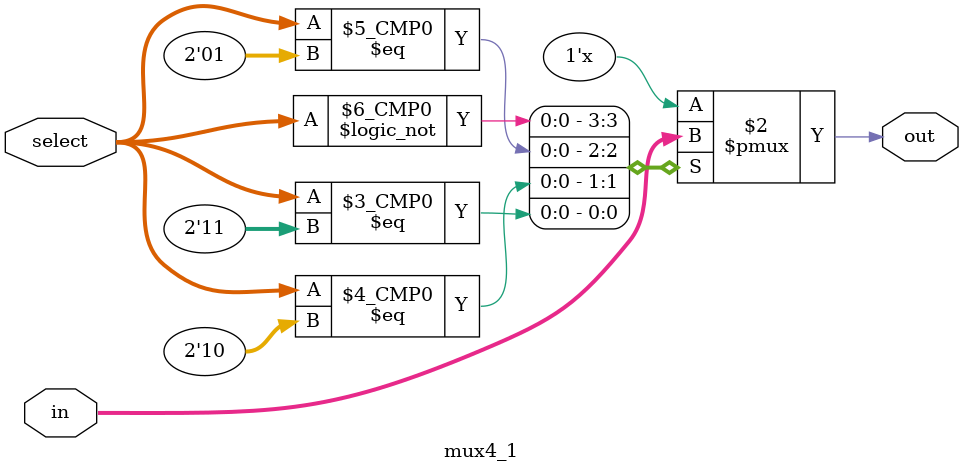
<source format=v>
module Mux_4to1; 
wire out; 
reg [3:0] in; 
reg [1:0] select; 
mux4_1 mux(.in(in),.select(select),.out(out)); 
initial begin 
    #0 in=4'b1000; select=2'b00; 
    #10 select=2'b01; 
    #10 select=2'b10; 
    #10 select=2'b11;
    end 
    initial begin 
        $display("MUX 4:1 -- HEM -- Behaviouralc-- 2020503007"); 
    end 
    initial begin 
        $monitor("input=%b select=%b output=%b",in, select,out); 
    end
endmodule 

module mux4_1(in,select,out); 
input [0:3] in; 
input [1:0] select; 
output out; 
reg out; 
always @(in or select) 
begin
case(select) 
2'b00: out=in[0]; 
2'b01: out=in[1]; 
2'b10: out=in[2]; 
2'b11: out=in[3]; 
default:$display("Invalid inputs");
endcase
end 
endmodule
</source>
